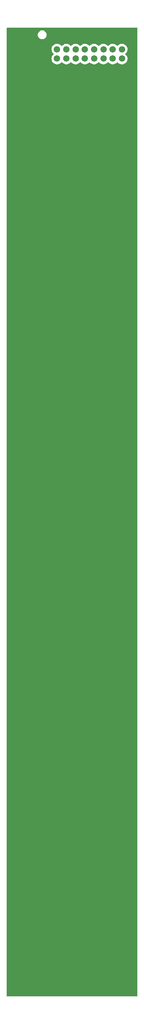
<source format=gbr>
%TF.GenerationSoftware,KiCad,Pcbnew,8.0.2*%
%TF.CreationDate,2024-12-10T12:08:48+01:00*%
%TF.ProjectId,FT25_AMS_VSENS,46543235-5f41-44d5-935f-5653454e532e,rev?*%
%TF.SameCoordinates,Original*%
%TF.FileFunction,Copper,L3,Inr*%
%TF.FilePolarity,Positive*%
%FSLAX46Y46*%
G04 Gerber Fmt 4.6, Leading zero omitted, Abs format (unit mm)*
G04 Created by KiCad (PCBNEW 8.0.2) date 2024-12-10 12:08:48*
%MOMM*%
%LPD*%
G01*
G04 APERTURE LIST*
%TA.AperFunction,ComponentPad*%
%ADD10C,1.381000*%
%TD*%
G04 APERTURE END LIST*
D10*
%TO.N,GND*%
%TO.C,J18*%
X207080000Y-57230000D03*
X207080000Y-55230000D03*
%TO.N,Net-(J18-Pin_3)*%
X209080000Y-57230000D03*
%TO.N,Net-(J18-Pin_4)*%
X209080000Y-55230000D03*
%TO.N,Net-(J18-Pin_5)*%
X211080000Y-57230000D03*
%TO.N,Net-(J18-Pin_6)*%
X211080000Y-55230000D03*
%TO.N,Net-(J18-Pin_7)*%
X213080000Y-57230000D03*
%TO.N,Net-(J18-Pin_8)*%
X213080000Y-55230000D03*
%TO.N,Net-(J18-Pin_9)*%
X215080000Y-57230000D03*
%TO.N,Net-(J18-Pin_10)*%
X215080000Y-55230000D03*
%TO.N,Net-(J18-Pin_11)*%
X217080000Y-57230000D03*
%TO.N,Net-(J18-Pin_12)*%
X217080000Y-55230000D03*
%TO.N,Net-(J18-Pin_13)*%
X219080000Y-57230000D03*
%TO.N,Net-(J18-Pin_14)*%
X219080000Y-55230000D03*
%TO.N,Net-(J18-Pin_15)*%
X221080000Y-57230000D03*
%TO.N,Net-(J18-Pin_16)*%
X221080000Y-55230000D03*
%TO.N,Net-(J18-Pin_17)*%
X223080000Y-57230000D03*
%TO.N,Net-(J18-Pin_18)*%
X223080000Y-55230000D03*
%TD*%
%TA.AperFunction,Conductor*%
%TO.N,GND*%
G36*
X226372539Y-50610185D02*
G01*
X226418294Y-50662989D01*
X226429500Y-50714500D01*
X226429500Y-258075500D01*
X226409815Y-258142539D01*
X226357011Y-258188294D01*
X226305500Y-258199500D01*
X198324500Y-258199500D01*
X198257461Y-258179815D01*
X198211706Y-258127011D01*
X198200500Y-258075500D01*
X198200500Y-55229999D01*
X207883898Y-55229999D01*
X207883898Y-55230000D01*
X207904263Y-55449778D01*
X207964669Y-55662085D01*
X208063054Y-55859667D01*
X208196071Y-56035811D01*
X208308566Y-56138363D01*
X208344848Y-56198074D01*
X208343087Y-56267922D01*
X208308566Y-56321637D01*
X208196071Y-56424188D01*
X208063054Y-56600332D01*
X207964669Y-56797914D01*
X207904263Y-57010221D01*
X207883898Y-57229999D01*
X207883898Y-57230000D01*
X207904263Y-57449778D01*
X207964669Y-57662085D01*
X208063054Y-57859667D01*
X208196071Y-58035811D01*
X208336395Y-58163731D01*
X208359188Y-58184510D01*
X208546851Y-58300707D01*
X208752671Y-58380442D01*
X208969638Y-58421000D01*
X208969640Y-58421000D01*
X209190360Y-58421000D01*
X209190362Y-58421000D01*
X209407329Y-58380442D01*
X209613149Y-58300707D01*
X209800812Y-58184510D01*
X209963930Y-58035809D01*
X209981046Y-58013142D01*
X210037154Y-57971508D01*
X210106865Y-57966815D01*
X210168048Y-58000557D01*
X210178949Y-58013137D01*
X210196070Y-58035809D01*
X210359188Y-58184510D01*
X210546851Y-58300707D01*
X210752671Y-58380442D01*
X210969638Y-58421000D01*
X210969640Y-58421000D01*
X211190360Y-58421000D01*
X211190362Y-58421000D01*
X211407329Y-58380442D01*
X211613149Y-58300707D01*
X211800812Y-58184510D01*
X211963930Y-58035809D01*
X211981046Y-58013142D01*
X212037154Y-57971508D01*
X212106865Y-57966815D01*
X212168048Y-58000557D01*
X212178949Y-58013137D01*
X212196070Y-58035809D01*
X212359188Y-58184510D01*
X212546851Y-58300707D01*
X212752671Y-58380442D01*
X212969638Y-58421000D01*
X212969640Y-58421000D01*
X213190360Y-58421000D01*
X213190362Y-58421000D01*
X213407329Y-58380442D01*
X213613149Y-58300707D01*
X213800812Y-58184510D01*
X213963930Y-58035809D01*
X213981046Y-58013142D01*
X214037154Y-57971508D01*
X214106865Y-57966815D01*
X214168048Y-58000557D01*
X214178949Y-58013137D01*
X214196070Y-58035809D01*
X214359188Y-58184510D01*
X214546851Y-58300707D01*
X214752671Y-58380442D01*
X214969638Y-58421000D01*
X214969640Y-58421000D01*
X215190360Y-58421000D01*
X215190362Y-58421000D01*
X215407329Y-58380442D01*
X215613149Y-58300707D01*
X215800812Y-58184510D01*
X215963930Y-58035809D01*
X215981046Y-58013142D01*
X216037154Y-57971508D01*
X216106865Y-57966815D01*
X216168048Y-58000557D01*
X216178949Y-58013137D01*
X216196070Y-58035809D01*
X216359188Y-58184510D01*
X216546851Y-58300707D01*
X216752671Y-58380442D01*
X216969638Y-58421000D01*
X216969640Y-58421000D01*
X217190360Y-58421000D01*
X217190362Y-58421000D01*
X217407329Y-58380442D01*
X217613149Y-58300707D01*
X217800812Y-58184510D01*
X217963930Y-58035809D01*
X217981046Y-58013142D01*
X218037154Y-57971508D01*
X218106865Y-57966815D01*
X218168048Y-58000557D01*
X218178949Y-58013137D01*
X218196070Y-58035809D01*
X218359188Y-58184510D01*
X218546851Y-58300707D01*
X218752671Y-58380442D01*
X218969638Y-58421000D01*
X218969640Y-58421000D01*
X219190360Y-58421000D01*
X219190362Y-58421000D01*
X219407329Y-58380442D01*
X219613149Y-58300707D01*
X219800812Y-58184510D01*
X219963930Y-58035809D01*
X219981046Y-58013142D01*
X220037154Y-57971508D01*
X220106865Y-57966815D01*
X220168048Y-58000557D01*
X220178949Y-58013137D01*
X220196070Y-58035809D01*
X220359188Y-58184510D01*
X220546851Y-58300707D01*
X220752671Y-58380442D01*
X220969638Y-58421000D01*
X220969640Y-58421000D01*
X221190360Y-58421000D01*
X221190362Y-58421000D01*
X221407329Y-58380442D01*
X221613149Y-58300707D01*
X221800812Y-58184510D01*
X221963930Y-58035809D01*
X221981046Y-58013142D01*
X222037154Y-57971508D01*
X222106865Y-57966815D01*
X222168048Y-58000557D01*
X222178949Y-58013137D01*
X222196070Y-58035809D01*
X222359188Y-58184510D01*
X222546851Y-58300707D01*
X222752671Y-58380442D01*
X222969638Y-58421000D01*
X222969640Y-58421000D01*
X223190360Y-58421000D01*
X223190362Y-58421000D01*
X223407329Y-58380442D01*
X223613149Y-58300707D01*
X223800812Y-58184510D01*
X223963930Y-58035809D01*
X224096946Y-57859667D01*
X224195332Y-57662082D01*
X224255736Y-57449783D01*
X224276102Y-57230000D01*
X224255736Y-57010217D01*
X224195332Y-56797918D01*
X224096946Y-56600333D01*
X223963930Y-56424191D01*
X223851431Y-56321635D01*
X223815151Y-56261927D01*
X223816911Y-56192079D01*
X223851431Y-56138364D01*
X223963930Y-56035809D01*
X224096946Y-55859667D01*
X224195332Y-55662082D01*
X224255736Y-55449783D01*
X224276102Y-55230000D01*
X224255736Y-55010217D01*
X224195332Y-54797918D01*
X224096946Y-54600333D01*
X223963930Y-54424191D01*
X223963928Y-54424188D01*
X223800813Y-54275491D01*
X223800812Y-54275490D01*
X223613149Y-54159293D01*
X223613148Y-54159292D01*
X223462653Y-54100990D01*
X223407329Y-54079558D01*
X223190362Y-54039000D01*
X222969638Y-54039000D01*
X222752671Y-54079558D01*
X222752668Y-54079558D01*
X222752668Y-54079559D01*
X222546851Y-54159292D01*
X222546850Y-54159293D01*
X222359186Y-54275491D01*
X222196071Y-54424189D01*
X222178954Y-54446856D01*
X222122844Y-54488492D01*
X222053132Y-54493183D01*
X221991951Y-54459441D01*
X221981046Y-54446856D01*
X221963928Y-54424189D01*
X221800813Y-54275491D01*
X221800812Y-54275490D01*
X221613149Y-54159293D01*
X221613148Y-54159292D01*
X221462653Y-54100990D01*
X221407329Y-54079558D01*
X221190362Y-54039000D01*
X220969638Y-54039000D01*
X220752671Y-54079558D01*
X220752668Y-54079558D01*
X220752668Y-54079559D01*
X220546851Y-54159292D01*
X220546850Y-54159293D01*
X220359186Y-54275491D01*
X220196071Y-54424189D01*
X220178954Y-54446856D01*
X220122844Y-54488492D01*
X220053132Y-54493183D01*
X219991951Y-54459441D01*
X219981046Y-54446856D01*
X219963928Y-54424189D01*
X219800813Y-54275491D01*
X219800812Y-54275490D01*
X219613149Y-54159293D01*
X219613148Y-54159292D01*
X219462653Y-54100990D01*
X219407329Y-54079558D01*
X219190362Y-54039000D01*
X218969638Y-54039000D01*
X218752671Y-54079558D01*
X218752668Y-54079558D01*
X218752668Y-54079559D01*
X218546851Y-54159292D01*
X218546850Y-54159293D01*
X218359186Y-54275491D01*
X218196071Y-54424189D01*
X218178954Y-54446856D01*
X218122844Y-54488492D01*
X218053132Y-54493183D01*
X217991951Y-54459441D01*
X217981046Y-54446856D01*
X217963928Y-54424189D01*
X217800813Y-54275491D01*
X217800812Y-54275490D01*
X217613149Y-54159293D01*
X217613148Y-54159292D01*
X217462653Y-54100990D01*
X217407329Y-54079558D01*
X217190362Y-54039000D01*
X216969638Y-54039000D01*
X216752671Y-54079558D01*
X216752668Y-54079558D01*
X216752668Y-54079559D01*
X216546851Y-54159292D01*
X216546850Y-54159293D01*
X216359186Y-54275491D01*
X216196071Y-54424189D01*
X216178954Y-54446856D01*
X216122844Y-54488492D01*
X216053132Y-54493183D01*
X215991951Y-54459441D01*
X215981046Y-54446856D01*
X215963928Y-54424189D01*
X215800813Y-54275491D01*
X215800812Y-54275490D01*
X215613149Y-54159293D01*
X215613148Y-54159292D01*
X215462653Y-54100990D01*
X215407329Y-54079558D01*
X215190362Y-54039000D01*
X214969638Y-54039000D01*
X214752671Y-54079558D01*
X214752668Y-54079558D01*
X214752668Y-54079559D01*
X214546851Y-54159292D01*
X214546850Y-54159293D01*
X214359186Y-54275491D01*
X214196071Y-54424189D01*
X214178954Y-54446856D01*
X214122844Y-54488492D01*
X214053132Y-54493183D01*
X213991951Y-54459441D01*
X213981046Y-54446856D01*
X213963928Y-54424189D01*
X213800813Y-54275491D01*
X213800812Y-54275490D01*
X213613149Y-54159293D01*
X213613148Y-54159292D01*
X213462653Y-54100990D01*
X213407329Y-54079558D01*
X213190362Y-54039000D01*
X212969638Y-54039000D01*
X212752671Y-54079558D01*
X212752668Y-54079558D01*
X212752668Y-54079559D01*
X212546851Y-54159292D01*
X212546850Y-54159293D01*
X212359186Y-54275491D01*
X212196071Y-54424189D01*
X212178954Y-54446856D01*
X212122844Y-54488492D01*
X212053132Y-54493183D01*
X211991951Y-54459441D01*
X211981046Y-54446856D01*
X211963928Y-54424189D01*
X211800813Y-54275491D01*
X211800812Y-54275490D01*
X211613149Y-54159293D01*
X211613148Y-54159292D01*
X211462653Y-54100990D01*
X211407329Y-54079558D01*
X211190362Y-54039000D01*
X210969638Y-54039000D01*
X210752671Y-54079558D01*
X210752668Y-54079558D01*
X210752668Y-54079559D01*
X210546851Y-54159292D01*
X210546850Y-54159293D01*
X210359186Y-54275491D01*
X210196071Y-54424189D01*
X210178954Y-54446856D01*
X210122844Y-54488492D01*
X210053132Y-54493183D01*
X209991951Y-54459441D01*
X209981046Y-54446856D01*
X209963928Y-54424189D01*
X209800813Y-54275491D01*
X209800812Y-54275490D01*
X209613149Y-54159293D01*
X209613148Y-54159292D01*
X209462653Y-54100990D01*
X209407329Y-54079558D01*
X209190362Y-54039000D01*
X208969638Y-54039000D01*
X208752671Y-54079558D01*
X208752668Y-54079558D01*
X208752668Y-54079559D01*
X208546851Y-54159292D01*
X208546850Y-54159293D01*
X208359186Y-54275491D01*
X208196071Y-54424188D01*
X208063054Y-54600332D01*
X207964669Y-54797914D01*
X207904263Y-55010221D01*
X207883898Y-55229999D01*
X198200500Y-55229999D01*
X198200500Y-52036379D01*
X204929500Y-52036379D01*
X204929500Y-52223620D01*
X204966025Y-52407243D01*
X204966027Y-52407251D01*
X205037676Y-52580228D01*
X205037681Y-52580237D01*
X205141697Y-52735907D01*
X205141700Y-52735911D01*
X205274088Y-52868299D01*
X205274092Y-52868302D01*
X205429762Y-52972318D01*
X205429768Y-52972321D01*
X205429769Y-52972322D01*
X205602749Y-53043973D01*
X205786379Y-53080499D01*
X205786383Y-53080500D01*
X205786384Y-53080500D01*
X205973617Y-53080500D01*
X205973618Y-53080499D01*
X206157251Y-53043973D01*
X206330231Y-52972322D01*
X206485908Y-52868302D01*
X206618302Y-52735908D01*
X206722322Y-52580231D01*
X206793973Y-52407251D01*
X206830500Y-52223616D01*
X206830500Y-52036384D01*
X206793973Y-51852749D01*
X206722322Y-51679769D01*
X206722321Y-51679768D01*
X206722318Y-51679762D01*
X206618302Y-51524092D01*
X206618299Y-51524088D01*
X206485911Y-51391700D01*
X206485907Y-51391697D01*
X206330237Y-51287681D01*
X206330228Y-51287676D01*
X206157251Y-51216027D01*
X206157243Y-51216025D01*
X205973620Y-51179500D01*
X205973616Y-51179500D01*
X205786384Y-51179500D01*
X205786379Y-51179500D01*
X205602756Y-51216025D01*
X205602748Y-51216027D01*
X205429771Y-51287676D01*
X205429762Y-51287681D01*
X205274092Y-51391697D01*
X205274088Y-51391700D01*
X205141700Y-51524088D01*
X205141697Y-51524092D01*
X205037681Y-51679762D01*
X205037676Y-51679771D01*
X204966027Y-51852748D01*
X204966025Y-51852756D01*
X204929500Y-52036379D01*
X198200500Y-52036379D01*
X198200500Y-50714500D01*
X198220185Y-50647461D01*
X198272989Y-50601706D01*
X198324500Y-50590500D01*
X226305500Y-50590500D01*
X226372539Y-50610185D01*
G37*
%TD.AperFunction*%
%TD*%
M02*

</source>
